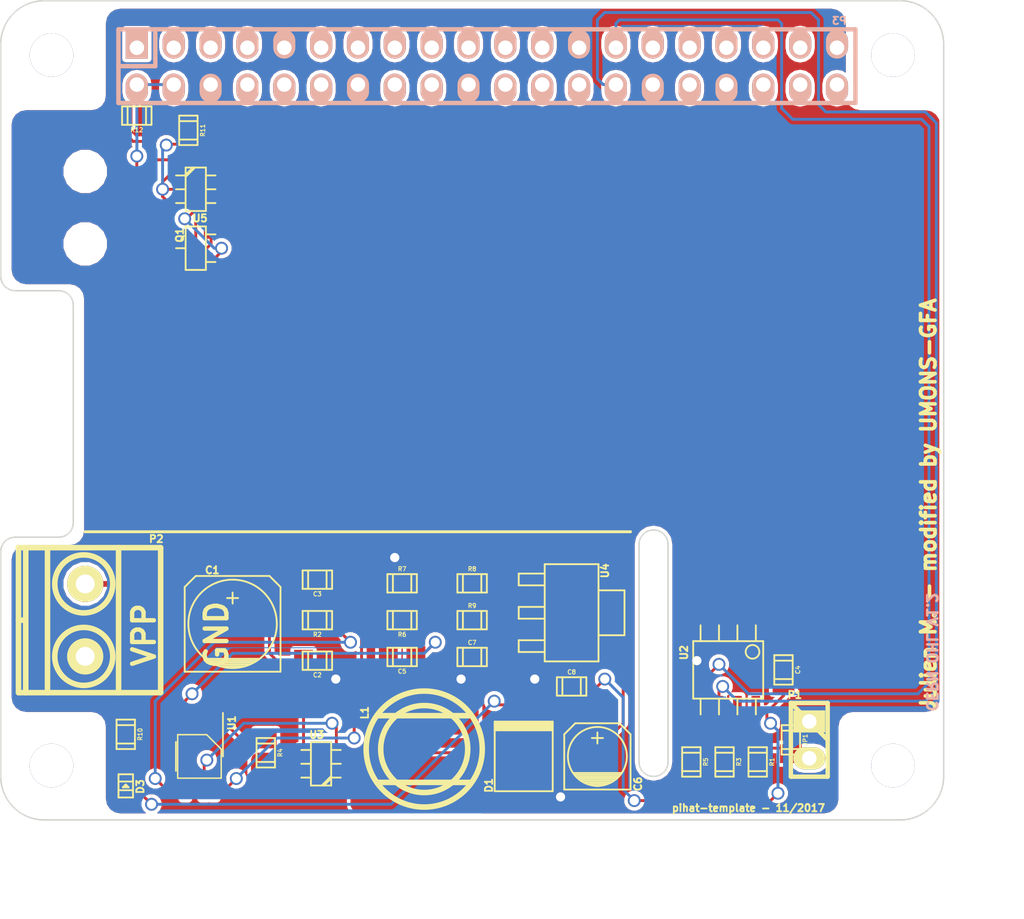
<source format=kicad_pcb>
(kicad_pcb (version 4) (host pcbnew 4.0.2+dfsg1-stable)
  (title_block (title "Raspberry Pi Hat Template") (date 2015-12-24) (rev 0.1) (company OpenFet) (comment 1 "Author: Julien") (comment 2 "License: CERN OHL V1.2"))
  (layers (0 F.Cu signal) (31 B.Cu signal) (34 B.Paste user) (35 F.Paste user) (36 B.SilkS user) (37 F.SilkS user) (38 B.Mask user) (39 F.Mask user) (44 Edge.Cuts user))
  (net 0 "")
  (net 1 GND)
  (net 2 "/Back Power Protection/5V_MCU")
  (net 3 +24V)
  (net 4 +5V)
  (net 5 "Net-(C3-Pad2)")
  (net 6 "Net-(C5-Pad2)")
  (net 7 "Net-(D1-Pad2)")
  (net 8 "Net-(D3-Pad2)")
  (net 9 "Net-(JP1-Pad1)")
  (net 10 "Net-(P3-Pad27)")
  (net 11 "Net-(P3-Pad28)")
  (net 12 "Net-(Q1-Pad1)")
  (net 13 "Net-(R4-Pad2)")
  (net 14 "Net-(R8-Pad1)")
  (net 15 "Net-(R11-Pad1)")
  (net 16 "Net-(U1-Pad3)")
  (net 17 "Net-(U1-Pad7)")
  (net 18 "Net-(P3-Pad1)")
  (net 19 "Net-(P3-Pad3)")
  (net 20 "Net-(P3-Pad5)")
  (net 21 "Net-(P3-Pad7)")
  (net 22 "Net-(P3-Pad8)")
  (net 23 "Net-(P3-Pad10)")
  (net 24 "Net-(P3-Pad11)")
  (net 25 "Net-(P3-Pad12)")
  (net 26 "Net-(P3-Pad13)")
  (net 27 "Net-(P3-Pad15)")
  (net 28 "Net-(P3-Pad16)")
  (net 29 "Net-(P3-Pad17)")
  (net 30 "Net-(P3-Pad18)")
  (net 31 "Net-(P3-Pad19)")
  (net 32 "Net-(P3-Pad21)")
  (net 33 "Net-(P3-Pad22)")
  (net 34 "Net-(P3-Pad23)")
  (net 35 "Net-(P3-Pad24)")
  (net 36 "Net-(P3-Pad26)")
  (net 37 "Net-(P3-Pad29)")
  (net 38 "Net-(P3-Pad31)")
  (net 39 "Net-(P3-Pad32)")
  (net 40 "Net-(P3-Pad33)")
  (net 41 "Net-(P3-Pad35)")
  (net 42 "Net-(P3-Pad36)")
  (net 43 "Net-(P3-Pad37)")
  (net 44 "Net-(P3-Pad40)")
  (net 45 +3.3V)
  (module Mounting_Holes:MountingHole_3mm (layer F.Cu) (at 166.42 74.82)
    (fp_text reference REF** hide)
    (fp_text value MountingHole_3mm hide)
    (pad 1 thru_hole circle (at 0 0) (size 2.99974 2.99974) (drill 2.99974) (layers))
  )
  (module Mounting_Holes:MountingHole_3mm (layer F.Cu) (at 166.42 123.82)
    (fp_text reference REF** hide)
    (fp_text value MountingHole_3mm hide)
    (pad 1 thru_hole circle (at 0 0) (size 2.99974 2.99974) (drill 2.99974) (layers))
  )
  (module Mounting_Holes:MountingHole_3mm (layer F.Cu) (at 108.42 123.82)
    (fp_text reference REF** hide)
    (fp_text value MountingHole_3mm hide)
    (pad 1 thru_hole circle (at 0 0) (size 2.99974 2.99974) (drill 2.99974) (layers))
  )
  (module Mounting_Holes:MountingHole_3mm (layer F.Cu) (at 108.42 74.82)
    (fp_text reference REF** hide)
    (fp_text value MountingHole_3mm hide)
    (pad 1 thru_hole circle (at 0 0) (size 2.99974 2.99974) (drill 2.99974) (layers))
  )
  (module project:pin_strip_2 (layer F.Cu) (at 160.655 122.047 270)
    (fp_text reference P1 (at -3.1 1 360) (layer F.SilkS) (effects (font (size 0.5 0.5) (thickness 0.125))))
    (fp_text value CONN_01X02 hide)
    (pad 1 thru_hole rect (at -1.27 0 270) (size 1.524 2.19964) (drill 1.00076) (layers *.Cu *.Mask F.SilkS) (net 1 GND))
    (pad 2 thru_hole oval (at 1.27 0 270) (size 1.524 2.19964) (drill 1.00076) (layers *.Cu *.Mask F.SilkS) (net 9 "Net-(JP1-Pad1)"))
  )
  (module project:Led_0603 (layer F.Cu) (at 113.538 125.222 90)
    (fp_text reference D3 (at -0.0507 1 90) (layer F.SilkS) (effects (font (size 0.5 0.5) (thickness 0.125))))
    (fp_text value LED hide)
    (pad 1 smd rect (at -0.7493 0 90) (size 0.79756 0.79756) (layers F.Cu F.Paste F.Mask) (net 45 +3.3V))
    (pad 2 smd rect (at 0.7493 0 90) (size 0.79756 0.79756) (layers F.Cu F.Paste F.Mask) (net 8 "Net-(D3-Pad2)"))
  )
  (module project:sot223 (layer F.Cu) (at 144.272 113.284 270)
    (fp_text reference U4 (at -2.9 -2.3 270) (layer F.SilkS) (effects (font (size 0.5 0.5) (thickness 0.125))))
    (fp_text value LM1117IMPX-ADJ hide)
    (pad 1 smd rect (at -2.30124 2.99974 270) (size 1.30048 1.80086) (layers F.Cu F.Paste F.Mask) (net 14 "Net-(R8-Pad1)"))
    (pad 2 smd rect (at 0 2.99974 270) (size 1.30048 1.80086) (layers F.Cu F.Paste F.Mask) (net 45 +3.3V))
    (pad 3 smd rect (at 2.30124 2.99974 270) (size 1.30048 1.80086) (layers F.Cu F.Paste F.Mask) (net 4 +5V))
    (pad 4 smd rect (at 0 -2.99974 270) (size 3.79984 1.80086) (layers F.Cu F.Paste F.Mask))
  )
  (module project:c_elec_6.3x7.7 (layer F.Cu) (at 120.904 114.046 90)
    (fp_text reference C1 (at 3.7 -1.4 180) (layer F.SilkS) (effects (font (size 0.5 0.5) (thickness 0.125))))
    (fp_text value 50uf/50v hide)
    (pad 1 smd rect (at 2.75082 0 90) (size 3.59918 1.6002) (layers F.Cu F.Paste F.Mask) (net 3 +24V))
    (pad 2 smd rect (at -2.75082 0 90) (size 3.59918 1.6002) (layers F.Cu F.Paste F.Mask) (net 1 GND))
  )
  (module project:inductor_smd_8x5mm (layer F.Cu) (at 134.112 122.682 90)
    (fp_text reference L1 (at 2.5 -4.1 90) (layer F.SilkS) (effects (font (size 0.5 0.5) (thickness 0.125))))
    (fp_text value 22uH hide)
    (pad 1 smd rect (at -2.49936 0 90) (size 2.9972 7.49808) (layers F.Cu F.Paste F.Mask) (net 7 "Net-(D1-Pad2)"))
    (pad 2 smd rect (at 2.49936 0 90) (size 2.9972 7.49808) (layers F.Cu F.Paste F.Mask) (net 4 +5V))
  )
  (module project:c_elec_4x5.3 (layer F.Cu) (at 146.05 123.19 90)
    (fp_text reference C6 (at -1.9 2.8 90) (layer F.SilkS) (effects (font (size 0.5 0.5) (thickness 0.125))))
    (fp_text value 10uf/6.3V hide)
    (pad 1 smd rect (at 1.80086 0 90) (size 2.60096 1.6002) (layers F.Cu F.Paste F.Mask) (net 4 +5V))
    (pad 2 smd rect (at -1.80086 0 90) (size 2.60096 1.6002) (layers F.Cu F.Paste F.Mask) (net 1 GND))
  )
  (module project:do214aa (layer F.Cu) (at 140.97 123.19 90)
    (fp_text reference D1 (at -2 -2.4 90) (layer F.SilkS) (effects (font (size 0.5 0.5) (thickness 0.125))))
    (fp_text value DIODESCH hide)
    (pad 2 smd rect (at 2.00914 0 90) (size 1.99898 2.30124) (layers F.Cu F.Paste F.Mask) (net 7 "Net-(D1-Pad2)"))
    (pad 1 smd rect (at -2.00914 0 90) (size 1.99898 2.30124) (layers F.Cu F.Paste F.Mask) (net 1 GND))
  )
  (module project:sot23-6 (layer F.Cu) (at 127 123.698 90)
    (fp_text reference U3 (at 2 -0.3 180) (layer F.SilkS) (effects (font (size 0.5 0.5) (thickness 0.125))))
    (fp_text value FDC5614P hide)
    (pad 1 smd rect (at -0.9525 1.05664 90) (size 0.59944 1.00076) (layers F.Cu F.Paste F.Mask) (net 7 "Net-(D1-Pad2)"))
    (pad 3 smd rect (at 0.9525 1.05664 90) (size 0.59944 1.00076) (layers F.Cu F.Paste F.Mask) (net 17 "Net-(U1-Pad7)"))
    (pad 2 smd rect (at 0 1.05664 90) (size 0.59944 1.00076) (layers F.Cu F.Paste F.Mask) (net 7 "Net-(D1-Pad2)"))
    (pad 4 smd rect (at 0.9525 -1.05664 90) (size 0.59944 1.00076) (layers F.Cu F.Paste F.Mask) (net 3 +24V))
    (pad 6 smd rect (at -0.9525 -1.05664 90) (size 0.59944 1.00076) (layers F.Cu F.Paste F.Mask) (net 7 "Net-(D1-Pad2)"))
    (pad 5 smd rect (at 0 -1.05664 90) (size 0.59944 1.00076) (layers F.Cu F.Paste F.Mask) (net 7 "Net-(D1-Pad2)"))
  )
  (module project:sot23-6 (layer F.Cu) (at 118.364 84.074 270)
    (fp_text reference U5 (at 2 -0.3 360) (layer F.SilkS) (effects (font (size 0.5 0.5) (thickness 0.125))))
    (fp_text value DMMT5401 hide)
    (pad 1 smd rect (at -0.9525 1.05664 270) (size 0.59944 1.00076) (layers F.Cu F.Paste F.Mask) (net 15 "Net-(R11-Pad1)"))
    (pad 3 smd rect (at 0.9525 1.05664 270) (size 0.59944 1.00076) (layers F.Cu F.Paste F.Mask) (net 15 "Net-(R11-Pad1)"))
    (pad 2 smd rect (at 0 1.05664 270) (size 0.59944 1.00076) (layers F.Cu F.Paste F.Mask) (net 15 "Net-(R11-Pad1)"))
    (pad 4 smd rect (at 0.9525 -1.05664 270) (size 0.59944 1.00076) (layers F.Cu F.Paste F.Mask) (net 12 "Net-(Q1-Pad1)"))
    (pad 6 smd rect (at -0.9525 -1.05664 270) (size 0.59944 1.00076) (layers F.Cu F.Paste F.Mask) (net 4 +5V))
    (pad 5 smd rect (at 0 -1.05664 270) (size 0.59944 1.00076) (layers F.Cu F.Paste F.Mask) (net 2 "/Back Power Protection/5V_MCU"))
  )
  (module project:sot23 (layer F.Cu) (at 118.364 88.138 90)
    (fp_text reference Q1 (at 0.9 -1.1 90) (layer F.SilkS) (effects (font (size 0.5 0.5) (thickness 0.125))))
    (fp_text value BSS138 hide)
    (pad 1 smd rect (at -0.9525 1.05664 90) (size 0.59944 1.00076) (layers F.Cu F.Paste F.Mask) (net 12 "Net-(Q1-Pad1)"))
    (pad 2 smd rect (at 0 -1.05664 90) (size 0.59944 1.00076) (layers F.Cu F.Paste F.Mask) (net 2 "/Back Power Protection/5V_MCU"))
    (pad 3 smd rect (at 0.9525 1.05664 90) (size 0.59944 1.00076) (layers F.Cu F.Paste F.Mask) (net 4 +5V))
  )
  (module project:mkds_1,5-2 (layer F.Cu) (at 110.744 113.792 270)
    (fp_text reference P2 (at -5.6 -4.9 360) (layer F.SilkS) (effects (font (size 0.5 0.5) (thickness 0.125))))
    (fp_text value CONN_01X02 hide)
    (pad 1 thru_hole circle (at -2.5 0 270) (size 2.5 2.5) (drill 1.3) (layers *.Cu *.Mask F.SilkS) (net 3 +24V))
    (pad 2 thru_hole circle (at 2.5 0 270) (size 2.5 2.5) (drill 1.3) (layers *.Cu *.Mask F.SilkS) (net 1 GND))
  )
  (module project:c_0805 (layer F.Cu) (at 126.746 116.586 180)
    (fp_text reference C2 (at 0 -0.9906 180) (layer F.SilkS) (effects (font (size 0.29972 0.29972) (thickness 0.06096))))
    (fp_text value 0.1uf hide)
    (pad 1 smd rect (at 0.9525 0 180) (size 1.30048 1.4986) (layers F.Cu F.Paste F.Mask) (net 3 +24V))
    (pad 2 smd rect (at -0.9525 0 180) (size 1.30048 1.4986) (layers F.Cu F.Paste F.Mask) (net 1 GND))
  )
  (module project:c_0805 (layer F.Cu) (at 126.746 110.998 180)
    (fp_text reference C3 (at 0 -0.9906 180) (layer F.SilkS) (effects (font (size 0.29972 0.29972) (thickness 0.06096))))
    (fp_text value 1nf hide)
    (pad 1 smd rect (at 0.9525 0 180) (size 1.30048 1.4986) (layers F.Cu F.Paste F.Mask) (net 3 +24V))
    (pad 2 smd rect (at -0.9525 0 180) (size 1.30048 1.4986) (layers F.Cu F.Paste F.Mask) (net 5 "Net-(C3-Pad2)"))
  )
  (module project:c_0805 (layer F.Cu) (at 158.877 117.221 270)
    (fp_text reference C4 (at 0 -0.9906 270) (layer F.SilkS) (effects (font (size 0.29972 0.29972) (thickness 0.06096))))
    (fp_text value 0.1uf hide)
    (pad 1 smd rect (at 0.9525 0 270) (size 1.30048 1.4986) (layers F.Cu F.Paste F.Mask) (net 45 +3.3V))
    (pad 2 smd rect (at -0.9525 0 270) (size 1.30048 1.4986) (layers F.Cu F.Paste F.Mask) (net 1 GND))
  )
  (module project:c_0805 (layer F.Cu) (at 132.588 116.332 180)
    (fp_text reference C5 (at 0 -0.9906 180) (layer F.SilkS) (effects (font (size 0.29972 0.29972) (thickness 0.06096))))
    (fp_text value 0.1uf hide)
    (pad 1 smd rect (at 0.9525 0 180) (size 1.30048 1.4986) (layers F.Cu F.Paste F.Mask) (net 4 +5V))
    (pad 2 smd rect (at -0.9525 0 180) (size 1.30048 1.4986) (layers F.Cu F.Paste F.Mask) (net 6 "Net-(C5-Pad2)"))
  )
  (module project:c_0805 (layer F.Cu) (at 137.414 116.332)
    (fp_text reference C7 (at 0 -0.9906) (layer F.SilkS) (effects (font (size 0.29972 0.29972) (thickness 0.06096))))
    (fp_text value 0.1uf hide)
    (pad 1 smd rect (at 0.9525 0) (size 1.30048 1.4986) (layers F.Cu F.Paste F.Mask) (net 45 +3.3V))
    (pad 2 smd rect (at -0.9525 0) (size 1.30048 1.4986) (layers F.Cu F.Paste F.Mask) (net 1 GND))
  )
  (module project:c_0805 (layer F.Cu) (at 144.272 118.364)
    (fp_text reference C8 (at 0 -0.9906) (layer F.SilkS) (effects (font (size 0.29972 0.29972) (thickness 0.06096))))
    (fp_text value 1uf hide)
    (pad 1 smd rect (at 0.9525 0) (size 1.30048 1.4986) (layers F.Cu F.Paste F.Mask) (net 45 +3.3V))
    (pad 2 smd rect (at -0.9525 0) (size 1.30048 1.4986) (layers F.Cu F.Paste F.Mask) (net 1 GND))
  )
  (module project:r_0805 (layer F.Cu) (at 159.385 122.047 270)
    (fp_text reference JP1 (at 0 -0.9906 270) (layer F.SilkS) (effects (font (size 0.29972 0.29972) (thickness 0.06096))))
    (fp_text value JUMPER hide)
    (pad 1 smd rect (at 0.9525 0 270) (size 1.30048 1.4986) (layers F.Cu F.Paste F.Mask) (net 9 "Net-(JP1-Pad1)"))
    (pad 2 smd rect (at -0.9525 0 270) (size 1.30048 1.4986) (layers F.Cu F.Paste F.Mask) (net 1 GND))
  )
  (module project:pin_socket_20x2 (layer B.Cu) (at 138.436 75.582)
    (fp_text reference P3 (at 24.29 -3.13) (layer B.SilkS) (effects (font (size 0.5 0.5) (thickness 0.125)) (justify mirror)))
    (fp_text value Raspberry_Pi_+_Conn hide)
    (pad 1 thru_hole rect (at -24.13 -1.27) (size 1.524 1.99898) (drill 1.00076 (offset 0 -0.24892)) (layers *.Cu *.Mask B.SilkS) (net 18 "Net-(P3-Pad1)"))
    (pad 2 thru_hole oval (at -24.13 1.27) (size 1.524 1.99898) (drill 1.00076 (offset 0 0.24892)) (layers *.Cu *.Mask B.SilkS) (net 2 "/Back Power Protection/5V_MCU"))
    (pad 3 thru_hole oval (at -21.59 -1.27) (size 1.524 1.99898) (drill 1.00076 (offset 0 -0.24892)) (layers *.Cu *.Mask B.SilkS) (net 19 "Net-(P3-Pad3)"))
    (pad 4 thru_hole oval (at -21.59 1.27) (size 1.524 1.99898) (drill 1.00076 (offset 0 0.24892)) (layers *.Cu *.Mask B.SilkS) (net 2 "/Back Power Protection/5V_MCU"))
    (pad 5 thru_hole oval (at -19.05 -1.27) (size 1.524 1.99898) (drill 1.00076 (offset 0 -0.24892)) (layers *.Cu *.Mask B.SilkS) (net 20 "Net-(P3-Pad5)"))
    (pad 6 thru_hole oval (at -19.05 1.27) (size 1.524 1.99898) (drill 1.00076 (offset 0 0.24892)) (layers *.Cu *.Mask B.SilkS) (net 1 GND))
    (pad 7 thru_hole oval (at -16.51 -1.27) (size 1.524 1.99898) (drill 1.00076 (offset 0 -0.24892)) (layers *.Cu *.Mask B.SilkS) (net 21 "Net-(P3-Pad7)"))
    (pad 8 thru_hole oval (at -16.51 1.27) (size 1.524 1.99898) (drill 1.00076 (offset 0 0.24892)) (layers *.Cu *.Mask B.SilkS) (net 22 "Net-(P3-Pad8)"))
    (pad 9 thru_hole oval (at -13.97 -1.27) (size 1.524 1.99898) (drill 1.00076 (offset 0 -0.24892)) (layers *.Cu *.Mask B.SilkS) (net 1 GND))
    (pad 10 thru_hole oval (at -13.97 1.27) (size 1.524 1.99898) (drill 1.00076 (offset 0 0.24892)) (layers *.Cu *.Mask B.SilkS) (net 23 "Net-(P3-Pad10)"))
    (pad 11 thru_hole oval (at -11.43 -1.27) (size 1.524 1.99898) (drill 1.00076 (offset 0 -0.24892)) (layers *.Cu *.Mask B.SilkS) (net 24 "Net-(P3-Pad11)"))
    (pad 12 thru_hole oval (at -11.43 1.27) (size 1.524 1.99898) (drill 1.00076 (offset 0 0.24892)) (layers *.Cu *.Mask B.SilkS) (net 25 "Net-(P3-Pad12)"))
    (pad 13 thru_hole oval (at -8.89 -1.27) (size 1.524 1.99898) (drill 1.00076 (offset 0 -0.24892)) (layers *.Cu *.Mask B.SilkS) (net 26 "Net-(P3-Pad13)"))
    (pad 14 thru_hole oval (at -8.89 1.27) (size 1.524 1.99898) (drill 1.00076 (offset 0 0.24892)) (layers *.Cu *.Mask B.SilkS) (net 1 GND))
    (pad 15 thru_hole oval (at -6.35 -1.27) (size 1.524 1.99898) (drill 1.00076 (offset 0 -0.24892)) (layers *.Cu *.Mask B.SilkS) (net 27 "Net-(P3-Pad15)"))
    (pad 16 thru_hole oval (at -6.35 1.27) (size 1.524 1.99898) (drill 1.00076 (offset 0 0.24892)) (layers *.Cu *.Mask B.SilkS) (net 28 "Net-(P3-Pad16)"))
    (pad 17 thru_hole oval (at -3.81 -1.27) (size 1.524 1.99898) (drill 1.00076 (offset 0 -0.24892)) (layers *.Cu *.Mask B.SilkS) (net 29 "Net-(P3-Pad17)"))
    (pad 18 thru_hole oval (at -3.81 1.27) (size 1.524 1.99898) (drill 1.00076 (offset 0 0.24892)) (layers *.Cu *.Mask B.SilkS) (net 30 "Net-(P3-Pad18)"))
    (pad 19 thru_hole oval (at -1.27 -1.27) (size 1.524 1.99898) (drill 1.00076 (offset 0 -0.24892)) (layers *.Cu *.Mask B.SilkS) (net 31 "Net-(P3-Pad19)"))
    (pad 20 thru_hole oval (at -1.27 1.27) (size 1.524 1.99898) (drill 1.00076 (offset 0 0.24892)) (layers *.Cu *.Mask B.SilkS) (net 1 GND))
    (pad 21 thru_hole oval (at 1.27 -1.27) (size 1.524 1.99898) (drill 1.00076 (offset 0 -0.24892)) (layers *.Cu *.Mask B.SilkS) (net 32 "Net-(P3-Pad21)"))
    (pad 22 thru_hole oval (at 1.27 1.27) (size 1.524 1.99898) (drill 1.00076 (offset 0 0.24892)) (layers *.Cu *.Mask B.SilkS) (net 33 "Net-(P3-Pad22)"))
    (pad 23 thru_hole oval (at 3.81 -1.27) (size 1.524 1.99898) (drill 1.00076 (offset 0 -0.24892)) (layers *.Cu *.Mask B.SilkS) (net 34 "Net-(P3-Pad23)"))
    (pad 24 thru_hole oval (at 3.81 1.27) (size 1.524 1.99898) (drill 1.00076 (offset 0 0.24892)) (layers *.Cu *.Mask B.SilkS) (net 35 "Net-(P3-Pad24)"))
    (pad 25 thru_hole oval (at 6.35 -1.27) (size 1.524 1.99898) (drill 1.00076 (offset 0 -0.24892)) (layers *.Cu *.Mask B.SilkS) (net 1 GND))
    (pad 26 thru_hole oval (at 6.35 1.27) (size 1.524 1.99898) (drill 1.00076 (offset 0 0.24892)) (layers *.Cu *.Mask B.SilkS) (net 36 "Net-(P3-Pad26)"))
    (pad 27 thru_hole oval (at 8.89 -1.27) (size 1.524 1.99898) (drill 1.00076 (offset 0 -0.24892)) (layers *.Cu *.Mask B.SilkS) (net 10 "Net-(P3-Pad27)"))
    (pad 28 thru_hole oval (at 8.89 1.27) (size 1.524 1.99898) (drill 1.00076 (offset 0 0.24892)) (layers *.Cu *.Mask B.SilkS) (net 11 "Net-(P3-Pad28)"))
    (pad 29 thru_hole oval (at 11.43 -1.27) (size 1.524 1.99898) (drill 1.00076 (offset 0 -0.24892)) (layers *.Cu *.Mask B.SilkS) (net 37 "Net-(P3-Pad29)"))
    (pad 30 thru_hole oval (at 11.43 1.27) (size 1.524 1.99898) (drill 1.00076 (offset 0 0.24892)) (layers *.Cu *.Mask B.SilkS) (net 1 GND))
    (pad 31 thru_hole oval (at 13.97 -1.27) (size 1.524 1.99898) (drill 1.00076 (offset 0 -0.24892)) (layers *.Cu *.Mask B.SilkS) (net 38 "Net-(P3-Pad31)"))
    (pad 32 thru_hole oval (at 13.97 1.27) (size 1.524 1.99898) (drill 1.00076 (offset 0 0.24892)) (layers *.Cu *.Mask B.SilkS) (net 39 "Net-(P3-Pad32)"))
    (pad 33 thru_hole oval (at 16.51 -1.27) (size 1.524 1.99898) (drill 1.00076 (offset 0 -0.24892)) (layers *.Cu *.Mask B.SilkS) (net 40 "Net-(P3-Pad33)"))
    (pad 34 thru_hole oval (at 16.51 1.27) (size 1.524 1.99898) (drill 1.00076 (offset 0 0.24892)) (layers *.Cu *.Mask B.SilkS) (net 1 GND))
    (pad 35 thru_hole oval (at 19.05 -1.27) (size 1.524 1.99898) (drill 1.00076 (offset 0 -0.24892)) (layers *.Cu *.Mask B.SilkS) (net 41 "Net-(P3-Pad35)"))
    (pad 36 thru_hole oval (at 19.05 1.27) (size 1.524 1.99898) (drill 1.00076 (offset 0 0.24892)) (layers *.Cu *.Mask B.SilkS) (net 42 "Net-(P3-Pad36)"))
    (pad 37 thru_hole oval (at 21.59 -1.27) (size 1.524 1.99898) (drill 1.00076 (offset 0 -0.24892)) (layers *.Cu *.Mask B.SilkS) (net 43 "Net-(P3-Pad37)"))
    (pad 38 thru_hole oval (at 21.59 1.27) (size 1.524 1.99898) (drill 1.00076 (offset 0 0.24892)) (layers *.Cu *.Mask B.SilkS))
    (pad 39 thru_hole oval (at 24.13 -1.27) (size 1.524 1.99898) (drill 1.00076 (offset 0 -0.24892)) (layers *.Cu *.Mask B.SilkS) (net 1 GND))
    (pad 40 thru_hole oval (at 24.13 1.27) (size 1.524 1.99898) (drill 1.00076 (offset 0 0.24892)) (layers *.Cu *.Mask B.SilkS) (net 44 "Net-(P3-Pad40)"))
  )
  (module project:r_0805 (layer F.Cu) (at 157.099 123.571 270)
    (fp_text reference R1 (at 0 -0.9906 270) (layer F.SilkS) (effects (font (size 0.29972 0.29972) (thickness 0.06096))))
    (fp_text value 1k hide)
    (pad 1 smd rect (at 0.9525 0 270) (size 1.30048 1.4986) (layers F.Cu F.Paste F.Mask) (net 45 +3.3V))
    (pad 2 smd rect (at -0.9525 0 270) (size 1.30048 1.4986) (layers F.Cu F.Paste F.Mask) (net 9 "Net-(JP1-Pad1)"))
  )
  (module project:r_0805 (layer F.Cu) (at 126.746 113.792 180)
    (fp_text reference R2 (at 0 -0.9906 180) (layer F.SilkS) (effects (font (size 0.29972 0.29972) (thickness 0.06096))))
    (fp_text value 24k hide)
    (pad 1 smd rect (at 0.9525 0 180) (size 1.30048 1.4986) (layers F.Cu F.Paste F.Mask) (net 3 +24V))
    (pad 2 smd rect (at -0.9525 0 180) (size 1.30048 1.4986) (layers F.Cu F.Paste F.Mask) (net 5 "Net-(C3-Pad2)"))
  )
  (module project:r_0805 (layer F.Cu) (at 154.813 123.571 270)
    (fp_text reference R3 (at 0 -0.9906 270) (layer F.SilkS) (effects (font (size 0.29972 0.29972) (thickness 0.06096))))
    (fp_text value 3.9k hide)
    (pad 1 smd rect (at 0.9525 0 270) (size 1.30048 1.4986) (layers F.Cu F.Paste F.Mask) (net 45 +3.3V))
    (pad 2 smd rect (at -0.9525 0 270) (size 1.30048 1.4986) (layers F.Cu F.Paste F.Mask) (net 11 "Net-(P3-Pad28)"))
  )
  (module project:r_0805 (layer F.Cu) (at 123.19 122.936 270)
    (fp_text reference R4 (at 0 -0.9906 270) (layer F.SilkS) (effects (font (size 0.29972 0.29972) (thickness 0.06096))))
    (fp_text value 270 hide)
    (pad 1 smd rect (at 0.9525 0 270) (size 1.30048 1.4986) (layers F.Cu F.Paste F.Mask) (net 7 "Net-(D1-Pad2)"))
    (pad 2 smd rect (at -0.9525 0 270) (size 1.30048 1.4986) (layers F.Cu F.Paste F.Mask) (net 13 "Net-(R4-Pad2)"))
  )
  (module project:r_0805 (layer F.Cu) (at 152.527 123.571 270)
    (fp_text reference R5 (at 0 -0.9906 270) (layer F.SilkS) (effects (font (size 0.29972 0.29972) (thickness 0.06096))))
    (fp_text value 3.9k hide)
    (pad 1 smd rect (at 0.9525 0 270) (size 1.30048 1.4986) (layers F.Cu F.Paste F.Mask) (net 45 +3.3V))
    (pad 2 smd rect (at -0.9525 0 270) (size 1.30048 1.4986) (layers F.Cu F.Paste F.Mask) (net 10 "Net-(P3-Pad27)"))
  )
  (module project:r_0805 (layer F.Cu) (at 132.588 113.792 180)
    (fp_text reference R6 (at 0 -0.9906 180) (layer F.SilkS) (effects (font (size 0.29972 0.29972) (thickness 0.06096))))
    (fp_text value 30k hide)
    (pad 1 smd rect (at 0.9525 0 180) (size 1.30048 1.4986) (layers F.Cu F.Paste F.Mask) (net 4 +5V))
    (pad 2 smd rect (at -0.9525 0 180) (size 1.30048 1.4986) (layers F.Cu F.Paste F.Mask) (net 6 "Net-(C5-Pad2)"))
  )
  (module project:r_0805 (layer F.Cu) (at 132.588 111.252)
    (fp_text reference R7 (at 0 -0.9906) (layer F.SilkS) (effects (font (size 0.29972 0.29972) (thickness 0.06096))))
    (fp_text value 10k hide)
    (pad 1 smd rect (at 0.9525 0) (size 1.30048 1.4986) (layers F.Cu F.Paste F.Mask) (net 6 "Net-(C5-Pad2)"))
    (pad 2 smd rect (at -0.9525 0) (size 1.30048 1.4986) (layers F.Cu F.Paste F.Mask) (net 1 GND))
  )
  (module project:r_0805 (layer F.Cu) (at 137.414 111.252)
    (fp_text reference R8 (at 0 -0.9906) (layer F.SilkS) (effects (font (size 0.29972 0.29972) (thickness 0.06096))))
    (fp_text value 390 hide)
    (pad 1 smd rect (at 0.9525 0) (size 1.30048 1.4986) (layers F.Cu F.Paste F.Mask) (net 14 "Net-(R8-Pad1)"))
    (pad 2 smd rect (at -0.9525 0) (size 1.30048 1.4986) (layers F.Cu F.Paste F.Mask) (net 1 GND))
  )
  (module project:r_0805 (layer F.Cu) (at 137.414 113.792)
    (fp_text reference R9 (at 0 -0.9906) (layer F.SilkS) (effects (font (size 0.29972 0.29972) (thickness 0.06096))))
    (fp_text value 240 hide)
    (pad 1 smd rect (at 0.9525 0) (size 1.30048 1.4986) (layers F.Cu F.Paste F.Mask) (net 45 +3.3V))
    (pad 2 smd rect (at -0.9525 0) (size 1.30048 1.4986) (layers F.Cu F.Paste F.Mask) (net 14 "Net-(R8-Pad1)"))
  )
  (module project:r_0805 (layer F.Cu) (at 113.538 121.666 270)
    (fp_text reference R10 (at 0 -0.9906 270) (layer F.SilkS) (effects (font (size 0.29972 0.29972) (thickness 0.06096))))
    (fp_text value 360 hide)
    (pad 1 smd rect (at 0.9525 0 270) (size 1.30048 1.4986) (layers F.Cu F.Paste F.Mask) (net 8 "Net-(D3-Pad2)"))
    (pad 2 smd rect (at -0.9525 0 270) (size 1.30048 1.4986) (layers F.Cu F.Paste F.Mask) (net 1 GND))
  )
  (module project:r_0805 (layer F.Cu) (at 117.856 80.01 270)
    (fp_text reference R11 (at 0 -0.9906 270) (layer F.SilkS) (effects (font (size 0.29972 0.29972) (thickness 0.06096))))
    (fp_text value 10k hide)
    (pad 1 smd rect (at 0.9525 0 270) (size 1.30048 1.4986) (layers F.Cu F.Paste F.Mask) (net 15 "Net-(R11-Pad1)"))
    (pad 2 smd rect (at -0.9525 0 270) (size 1.30048 1.4986) (layers F.Cu F.Paste F.Mask) (net 1 GND))
  )
  (module project:r_0805 (layer F.Cu) (at 114.3 78.994 180)
    (fp_text reference R12 (at 0 -0.9906 180) (layer F.SilkS) (effects (font (size 0.29972 0.29972) (thickness 0.06096))))
    (fp_text value 47k hide)
    (pad 1 smd rect (at 0.9525 0 180) (size 1.30048 1.4986) (layers F.Cu F.Paste F.Mask) (net 12 "Net-(Q1-Pad1)"))
    (pad 2 smd rect (at -0.9525 0 180) (size 1.30048 1.4986) (layers F.Cu F.Paste F.Mask) (net 1 GND))
  )
  (module project:CAT24C04WI-GT3 (layer F.Cu) (at 155.067 117.221 180)
    (fp_text reference U2 (at 3.048 1.1938 270) (layer F.SilkS) (effects (font (size 0.5 0.5) (thickness 0.125))))
    (fp_text value "CAT24C04WI-GT3 ")
    (pad 1 smd rect (at -1.905 2.794 180) (size 0.59944 1.99898) (layers F.Cu F.Paste F.Mask) (net 1 GND))
    (pad 2 smd rect (at -0.635 2.794 180) (size 0.59944 1.99898) (layers F.Cu F.Paste F.Mask) (net 1 GND))
    (pad 3 smd rect (at 0.635 2.794 180) (size 0.59944 1.99898) (layers F.Cu F.Paste F.Mask) (net 1 GND))
    (pad 4 smd rect (at 1.905 2.794 180) (size 0.59944 1.99898) (layers F.Cu F.Paste F.Mask) (net 1 GND))
    (pad 5 smd rect (at 1.905 -2.794 180) (size 0.59944 1.99898) (layers F.Cu F.Paste F.Mask) (net 10 "Net-(P3-Pad27)"))
    (pad 6 smd rect (at 0.635 -2.794 180) (size 0.59944 1.99898) (layers F.Cu F.Paste F.Mask) (net 11 "Net-(P3-Pad28)"))
    (pad 7 smd rect (at -0.635 -2.794 180) (size 0.59944 1.99898) (layers F.Cu F.Paste F.Mask) (net 9 "Net-(JP1-Pad1)"))
    (pad 8 smd rect (at -1.905 -2.794 180) (size 0.59944 1.99898) (layers F.Cu F.Paste F.Mask) (net 45 +3.3V))
  )
  (module project:LM3489 (layer F.Cu) (at 118.618 123.19 270)
    (fp_text reference U1 (at -2.3114 -2.2352 270) (layer F.SilkS) (effects (font (size 0.5 0.5) (thickness 0.125))))
    (fp_text value LM3489)
    (pad 1 smd rect (at -2.2 -0.975 180) (size 0.45 1.45) (layers F.Cu F.Paste F.Mask) (net 13 "Net-(R4-Pad2)"))
    (pad 2 smd rect (at -2.2 -0.325 180) (size 0.45 1.45) (layers F.Cu F.Paste F.Mask) (net 1 GND))
    (pad 3 smd rect (at -2.2 0.325 180) (size 0.45 1.45) (layers F.Cu F.Paste F.Mask) (net 16 "Net-(U1-Pad3)"))
    (pad 4 smd rect (at -2.2 0.975 180) (size 0.45 1.45) (layers F.Cu F.Paste F.Mask) (net 6 "Net-(C5-Pad2)"))
    (pad 5 smd rect (at 2.2 0.975 180) (size 0.45 1.45) (layers F.Cu F.Paste F.Mask) (net 5 "Net-(C3-Pad2)"))
    (pad 6 smd rect (at 2.2 0.325 180) (size 0.45 1.45) (layers F.Cu F.Paste F.Mask) (net 1 GND))
    (pad 7 smd rect (at 2.2 -0.325 180) (size 0.45 1.45) (layers F.Cu F.Paste F.Mask) (net 17 "Net-(U1-Pad7)"))
    (pad 8 smd rect (at 2.2 -0.975 180) (size 0.45 1.45) (layers F.Cu F.Paste F.Mask) (net 3 +24V))
  )
  (gr_line (start 110.744 107.696) (end 148.336 107.696) (angle 90) (layer F.SilkS) (width 0.2))
  (gr_text "pihat-template - 11/2017" (at 156.464 126.746) (layer F.SilkS) (effects (font (size 0.5 0.5) (thickness 0.125))))
  (gr_text "CERN OHL V1.2" (at 169.1 116 270) (layer B.SilkS) (effects (font (size 0.7 0.7) (thickness 0.175)) (justify mirror)))
  (gr_text "Julien M. - modified by UMONS-GFA" (at 168.8725 105.8275 90) (layer F.SilkS) (effects (font (size 1 1) (thickness 0.25))))
  (gr_text GND (at 119.8 114.8 90) (layer F.SilkS) (effects (font (size 1.5 1.5) (thickness 0.3))))
  (gr_text VPP (at 114.8 114.8 90) (layer F.SilkS) (effects (font (size 1.5 1.5) (thickness 0.3))))
  (gr_arc (start 149.92 108.57) (end 149.92 107.57) (angle 90) (layer Edge.Cuts) (width 0.1))
  (gr_arc (start 149.92 108.57) (end 148.92 108.57) (angle 90) (layer Edge.Cuts) (width 0.1))
  (gr_line (start 104.92 109.07) (end 104.92 124.57) (angle 90) (layer Edge.Cuts) (width 0.1))
  (gr_line (start 104.92 90.07) (end 104.92 74.07) (angle 90) (layer Edge.Cuts) (width 0.1))
  (gr_line (start 108.92 108.07) (end 105.92 108.07) (angle 90) (layer Edge.Cuts) (width 0.1))
  (gr_line (start 109.92 92.07) (end 109.92 107.07) (angle 90) (layer Edge.Cuts) (width 0.1))
  (gr_line (start 105.92 91.07) (end 108.92 91.07) (angle 90) (layer Edge.Cuts) (width 0.1))
  (gr_arc (start 108.92 107.07) (end 109.92 107.07) (angle 90) (layer Edge.Cuts) (width 0.1))
  (gr_arc (start 108.92 92.07) (end 108.92 91.07) (angle 90) (layer Edge.Cuts) (width 0.1))
  (gr_arc (start 105.92 109.07) (end 104.92 109.07) (angle 90) (layer Edge.Cuts) (width 0.1))
  (gr_arc (start 105.92 90.07) (end 105.92 91.07) (angle 90) (layer Edge.Cuts) (width 0.1))
  (gr_line (start 148.92 123.57) (end 148.92 108.57) (angle 90) (layer Edge.Cuts) (width 0.1))
  (gr_line (start 150.92 108.57) (end 150.92 123.57) (angle 90) (layer Edge.Cuts) (width 0.1))
  (gr_arc (start 149.92 123.57) (end 150.92 123.57) (angle 90) (layer Edge.Cuts) (width 0.1))
  (gr_arc (start 149.92 123.57) (end 149.92 124.57) (angle 90) (layer Edge.Cuts) (width 0.1))
  (gr_line (start 166.92 127.57) (end 107.92 127.57) (angle 90) (layer Edge.Cuts) (width 0.1))
  (gr_line (start 169.92 74.07) (end 169.92 124.57) (angle 90) (layer Edge.Cuts) (width 0.1))
  (gr_line (start 107.92 71.07) (end 166.92 71.07) (angle 90) (layer Edge.Cuts) (width 0.1))
  (gr_arc (start 166.92 124.57) (end 169.92 124.57) (angle 90) (layer Edge.Cuts) (width 0.1))
  (gr_arc (start 107.92 74.07) (end 104.92 74.07) (angle 90) (layer Edge.Cuts) (width 0.1))
  (gr_arc (start 166.92 74.07) (end 166.92 71.07) (angle 90) (layer Edge.Cuts) (width 0.1))
  (gr_arc (start 107.92 124.57) (end 107.92 127.57) (angle 90) (layer Edge.Cuts) (width 0.1))
  (segment (start 117.348 123.444) (end 117.602 123.444) (width 0.2) (layer F.Cu) (net 1))
  (segment (start 118.943 122.103) (end 118.943 120.99) (width 0.2) (layer F.Cu) (net 1))
  (segment (start 117.602 123.444) (end 118.943 122.103) (width 0.2) (layer F.Cu) (net 1))
  (segment (start 118.293 125.39) (end 118.293 124.389) (width 0.2) (layer F.Cu) (net 1))
  (segment (start 114.6175 120.7135) (end 113.538 120.7135) (width 0.2) (layer F.Cu) (net 1))
  (segment (start 118.293 124.389) (end 117.348 123.444) (width 0.2) (layer F.Cu) (net 1))
  (segment (start 117.348 123.444) (end 114.6175 120.7135) (width 0.2) (layer F.Cu) (net 1))
  (segment (start 127.6985 116.586) (end 127.6985 117.5385) (width 0.2) (layer F.Cu) (net 1))
  (segment (start 128.016 117.856) (end 127.762 117.602) (width 0.2) (layer B.Cu) (net 1))
  (via (at 128.016 117.856) (size 0.889) (drill 0.635) (layers F.Cu B.Cu) (net 1))
  (segment (start 127.6985 117.5385) (end 128.016 117.856) (width 0.2) (layer F.Cu) (net 1))
  (segment (start 140.97 125.19914) (end 142.72514 125.19914) (width 0.2) (layer F.Cu) (net 1))
  (segment (start 144.50314 124.99086) (end 143.51 125.984) (width 0.2) (layer F.Cu) (net 1))
  (via (at 143.51 125.984) (size 0.889) (drill 0.635) (layers F.Cu B.Cu) (net 1))
  (segment (start 144.50314 124.99086) (end 146.05 124.99086) (width 0.2) (layer F.Cu) (net 1))
  (segment (start 142.72514 125.19914) (end 143.51 125.984) (width 0.2) (layer F.Cu) (net 1))
  (segment (start 136.4615 116.332) (end 136.4615 117.6655) (width 0.2) (layer F.Cu) (net 1))
  (via (at 136.652 117.856) (size 0.889) (drill 0.635) (layers F.Cu B.Cu) (net 1))
  (segment (start 136.4615 117.6655) (end 136.652 117.856) (width 0.2) (layer F.Cu) (net 1))
  (segment (start 143.3195 118.364) (end 142.24 118.364) (width 0.2) (layer F.Cu) (net 1))
  (segment (start 141.732 117.856) (end 141.986 118.11) (width 0.2) (layer B.Cu) (net 1))
  (via (at 141.732 117.856) (size 0.889) (drill 0.635) (layers F.Cu B.Cu) (net 1))
  (segment (start 142.24 118.364) (end 141.732 117.856) (width 0.2) (layer F.Cu) (net 1))
  (segment (start 153.162 114.427) (end 153.162 116.332) (width 0.2) (layer F.Cu) (net 1))
  (via (at 152.908 116.586) (size 0.889) (drill 0.635) (layers F.Cu B.Cu) (net 1))
  (segment (start 153.162 116.332) (end 152.908 116.586) (width 0.2) (layer F.Cu) (net 1))
  (segment (start 158.877 116.2685) (end 158.877 115.443) (width 0.2) (layer F.Cu) (net 1))
  (segment (start 157.861 114.427) (end 156.972 114.427) (width 0.2) (layer F.Cu) (net 1))
  (segment (start 158.877 115.443) (end 157.861 114.427) (width 0.2) (layer F.Cu) (net 1))
  (segment (start 156.972 114.427) (end 155.702 114.427) (width 0.2) (layer F.Cu) (net 1))
  (segment (start 155.702 114.427) (end 154.432 114.427) (width 0.2) (layer F.Cu) (net 1))
  (segment (start 154.432 114.427) (end 153.162 114.427) (width 0.2) (layer F.Cu) (net 1))
  (segment (start 158.877 116.2685) (end 159.4485 116.2685) (width 0.2) (layer F.Cu) (net 1))
  (segment (start 159.4485 116.2685) (end 160.274 117.094) (width 0.2) (layer F.Cu) (net 1))
  (segment (start 160.274 117.094) (end 160.274 120.2055) (width 0.2) (layer F.Cu) (net 1))
  (segment (start 160.274 120.2055) (end 159.385 121.0945) (width 0.2) (layer F.Cu) (net 1))
  (segment (start 131.6355 111.252) (end 131.6355 109.9185) (width 0.2) (layer F.Cu) (net 1))
  (segment (start 132.08 109.474) (end 131.826 109.728) (width 0.2) (layer B.Cu) (net 1))
  (via (at 132.08 109.474) (size 0.889) (drill 0.635) (layers F.Cu B.Cu) (net 1))
  (segment (start 131.6355 109.9185) (end 132.08 109.474) (width 0.2) (layer F.Cu) (net 1))
  (segment (start 127.6985 116.586) (end 127.6985 116.7765) (width 0.2) (layer F.Cu) (net 1))
  (segment (start 110.744 116.292) (end 111.72 116.292) (width 0.2) (layer F.Cu) (net 1))
  (segment (start 111.72 116.292) (end 113.538 118.11) (width 0.2) (layer F.Cu) (net 1))
  (segment (start 113.538 118.11) (end 113.538 120.7135) (width 0.2) (layer F.Cu) (net 1))
  (segment (start 110.744 116.292) (end 120.39918 116.292) (width 0.4) (layer F.Cu) (net 1))
  (segment (start 120.39918 116.292) (end 120.904 116.79682) (width 0.4) (layer F.Cu) (net 1))
  (segment (start 117.856 79.0575) (end 117.856 78.382) (width 0.2) (layer F.Cu) (net 1))
  (segment (start 117.856 78.382) (end 119.386 76.852) (width 0.2) (layer F.Cu) (net 1))
  (segment (start 118.37 78.5435) (end 117.9195 78.994) (width 0.2) (layer F.Cu) (net 1))
  (segment (start 117.9195 78.994) (end 115.2525 78.994) (width 0.2) (layer F.Cu) (net 1))
  (segment (start 116.078 88.138) (end 115.316 88.138) (width 0.2) (layer F.Cu) (net 2))
  (segment (start 114.3 87.122) (end 114.3 81.788) (width 0.2) (layer F.Cu) (net 2))
  (segment (start 115.316 88.138) (end 114.3 87.122) (width 0.2) (layer F.Cu) (net 2))
  (segment (start 116.846 76.852) (end 114.306 76.852) (width 0.2) (layer B.Cu) (net 2))
  (segment (start 117.30736 88.138) (end 116.078 88.138) (width 0.2) (layer F.Cu) (net 2))
  (segment (start 114.306 81.794) (end 114.306 76.852) (width 0.2) (layer B.Cu) (net 2))
  (via (at 114.3 81.788) (size 0.889) (drill 0.635) (layers F.Cu B.Cu) (net 2))
  (segment (start 114.3 81.788) (end 114.306 81.794) (width 0.2) (layer B.Cu) (net 2))
  (segment (start 117.30736 88.138) (end 118.11 88.138) (width 0.2) (layer F.Cu) (net 2))
  (segment (start 120.142 84.074) (end 119.42064 84.074) (width 0.2) (layer F.Cu) (net 2))
  (segment (start 120.396 84.328) (end 120.142 84.074) (width 0.2) (layer F.Cu) (net 2))
  (segment (start 120.396 85.598) (end 120.396 84.328) (width 0.2) (layer F.Cu) (net 2))
  (segment (start 119.888 86.106) (end 120.396 85.598) (width 0.2) (layer F.Cu) (net 2))
  (segment (start 118.618 86.106) (end 119.888 86.106) (width 0.2) (layer F.Cu) (net 2))
  (segment (start 118.364 86.36) (end 118.618 86.106) (width 0.2) (layer F.Cu) (net 2))
  (segment (start 118.364 87.884) (end 118.364 86.36) (width 0.2) (layer F.Cu) (net 2))
  (segment (start 118.11 88.138) (end 118.364 87.884) (width 0.2) (layer F.Cu) (net 2))
  (segment (start 129.286 121.92) (end 129.286 121.666) (width 0.2) (layer F.Cu) (net 3))
  (segment (start 129.286 121.666) (end 129.286 121.412) (width 0.2) (layer F.Cu) (net 3))
  (segment (start 119.593 125.39) (end 120.482 125.39) (width 0.2) (layer F.Cu) (net 3))
  (via (at 129.286 121.92) (size 0.889) (drill 0.635) (layers F.Cu B.Cu) (net 3))
  (segment (start 123.952 121.92) (end 129.286 121.92) (width 0.2) (layer B.Cu) (net 3))
  (segment (start 121.158 124.714) (end 123.952 121.92) (width 0.2) (layer B.Cu) (net 3))
  (via (at 121.158 124.714) (size 0.889) (drill 0.635) (layers F.Cu B.Cu) (net 3))
  (segment (start 120.482 125.39) (end 121.158 124.714) (width 0.2) (layer F.Cu) (net 3))
  (segment (start 125.7935 120.9675) (end 125.7935 122.59564) (width 0.2) (layer F.Cu) (net 3))
  (segment (start 125.7935 122.59564) (end 125.94336 122.7455) (width 0.2) (layer F.Cu) (net 3))
  (segment (start 125.7935 119.888) (end 128.778 119.888) (width 0.2) (layer F.Cu) (net 3))
  (segment (start 129.286 120.396) (end 129.286 121.412) (width 0.2) (layer F.Cu) (net 3))
  (segment (start 128.778 119.888) (end 129.286 120.396) (width 0.2) (layer F.Cu) (net 3))
  (segment (start 125.73 122.53214) (end 125.94336 122.7455) (width 0.2) (layer F.Cu) (net 3))
  (segment (start 119.593 125.39) (end 119.593 125.943) (width 0.2) (layer F.Cu) (net 3))
  (segment (start 125.7935 120.9675) (end 125.7935 120.9675) (width 0.2) (layer F.Cu) (net 3))
  (segment (start 125.7935 120.9675) (end 125.7935 119.888) (width 0.2) (layer F.Cu) (net 3))
  (segment (start 125.7935 119.888) (end 125.7935 116.586) (width 0.2) (layer F.Cu) (net 3))
  (segment (start 123.444 113.792) (end 125.7935 113.792) (width 0.2) (layer F.Cu) (net 3))
  (segment (start 120.904 111.29518) (end 123.48718 111.29518) (width 0.2) (layer F.Cu) (net 3))
  (segment (start 123.952 116.586) (end 125.7935 116.586) (width 0.2) (layer F.Cu) (net 3))
  (segment (start 123.444 116.078) (end 123.952 116.586) (width 0.2) (layer F.Cu) (net 3))
  (segment (start 123.444 111.33836) (end 123.444 113.792) (width 0.2) (layer F.Cu) (net 3))
  (segment (start 123.444 113.792) (end 123.444 116.078) (width 0.2) (layer F.Cu) (net 3))
  (segment (start 123.48718 111.29518) (end 123.444 111.33836) (width 0.2) (layer F.Cu) (net 3))
  (segment (start 120.904 111.29518) (end 123.40082 111.29518) (width 0.2) (layer F.Cu) (net 3))
  (segment (start 123.698 110.998) (end 125.7935 110.998) (width 0.2) (layer F.Cu) (net 3))
  (segment (start 123.40082 111.29518) (end 123.698 110.998) (width 0.2) (layer F.Cu) (net 3))
  (segment (start 110.744 111.292) (end 120.90082 111.292) (width 0.4) (layer F.Cu) (net 3))
  (segment (start 120.90082 111.292) (end 120.904 111.29518) (width 0.4) (layer F.Cu) (net 3))
  (segment (start 141.27226 115.58524) (end 141.27226 116.12626) (width 0.2) (layer F.Cu) (net 4))
  (segment (start 141.27226 116.12626) (end 141.986 116.84) (width 0.2) (layer F.Cu) (net 4))
  (segment (start 147.34286 121.38914) (end 146.05 121.38914) (width 0.2) (layer F.Cu) (net 4))
  (segment (start 147.828 120.904) (end 147.34286 121.38914) (width 0.2) (layer F.Cu) (net 4))
  (segment (start 147.828 117.348) (end 147.828 120.904) (width 0.2) (layer F.Cu) (net 4))
  (segment (start 147.32 116.84) (end 147.828 117.348) (width 0.2) (layer F.Cu) (net 4))
  (segment (start 141.986 116.84) (end 147.32 116.84) (width 0.2) (layer F.Cu) (net 4))
  (segment (start 143.002 115.062) (end 142.47876 115.58524) (width 0.2) (layer F.Cu) (net 4))
  (segment (start 142.494 115.57) (end 142.494 115.58524) (width 0.2) (layer F.Cu) (net 4))
  (segment (start 142.47876 115.58524) (end 142.494 115.57) (width 0.2) (layer F.Cu) (net 4))
  (segment (start 128.27 108.458) (end 142.494 108.458) (width 0.2) (layer F.Cu) (net 4))
  (segment (start 142.494 115.58524) (end 141.27226 115.58524) (width 0.2) (layer F.Cu) (net 4))
  (segment (start 143.002 108.966) (end 143.002 115.062) (width 0.2) (layer F.Cu) (net 4))
  (segment (start 142.494 108.458) (end 143.002 108.966) (width 0.2) (layer F.Cu) (net 4))
  (segment (start 131.6355 116.332) (end 131.6355 113.792) (width 0.2) (layer F.Cu) (net 4))
  (segment (start 131.572 117.856) (end 131.572 116.3955) (width 0.2) (layer F.Cu) (net 4))
  (segment (start 131.572 116.3955) (end 131.6355 116.332) (width 0.2) (layer F.Cu) (net 4))
  (segment (start 111.76 105.156) (end 111.76 106.934) (width 0.2) (layer F.Cu) (net 4))
  (segment (start 111.76 106.934) (end 113.284 108.458) (width 0.2) (layer F.Cu) (net 4))
  (segment (start 113.284 108.458) (end 128.27 108.458) (width 0.2) (layer F.Cu) (net 4))
  (segment (start 128.27 108.458) (end 129.794 109.982) (width 0.2) (layer F.Cu) (net 4))
  (segment (start 129.794 109.982) (end 129.794 117.348) (width 0.2) (layer F.Cu) (net 4))
  (segment (start 129.794 117.348) (end 130.302 117.856) (width 0.2) (layer F.Cu) (net 4))
  (segment (start 130.302 117.856) (end 131.572 117.856) (width 0.2) (layer F.Cu) (net 4))
  (segment (start 131.572 117.856) (end 133.604 117.856) (width 0.2) (layer F.Cu) (net 4))
  (segment (start 133.604 117.856) (end 134.112 118.364) (width 0.2) (layer F.Cu) (net 4))
  (segment (start 134.112 118.364) (end 134.112 120.18264) (width 0.2) (layer F.Cu) (net 4))
  (segment (start 129.794 117.348) (end 130.302 117.856) (width 0.1) (layer F.Cu) (net 4))
  (segment (start 129.794 109.982) (end 129.794 117.348) (width 0.1) (layer F.Cu) (net 4))
  (segment (start 128.27 108.458) (end 129.794 109.982) (width 0.1) (layer F.Cu) (net 4))
  (segment (start 113.284 108.458) (end 128.27 108.458) (width 0.1) (layer F.Cu) (net 4))
  (segment (start 111.76 106.934) (end 113.284 108.458) (width 0.1) (layer F.Cu) (net 4))
  (segment (start 119.42064 87.84336) (end 119.126 88.138) (width 0.2) (layer F.Cu) (net 4))
  (segment (start 119.126 88.138) (end 118.618 88.138) (width 0.2) (layer F.Cu) (net 4))
  (segment (start 118.618 88.138) (end 118.364 88.392) (width 0.2) (layer F.Cu) (net 4))
  (segment (start 118.364 88.392) (end 118.364 88.646) (width 0.2) (layer F.Cu) (net 4))
  (segment (start 118.364 88.646) (end 116.078 90.932) (width 0.2) (layer F.Cu) (net 4))
  (segment (start 116.078 90.932) (end 112.014 90.932) (width 0.2) (layer F.Cu) (net 4))
  (segment (start 112.014 90.932) (end 111.76 91.186) (width 0.2) (layer F.Cu) (net 4))
  (segment (start 111.76 91.186) (end 111.76 105.156) (width 0.2) (layer F.Cu) (net 4))
  (segment (start 119.42064 87.84336) (end 119.42064 87.1855) (width 0.2) (layer F.Cu) (net 4))
  (segment (start 119.42064 83.1215) (end 120.4595 83.1215) (width 0.2) (layer F.Cu) (net 4))
  (segment (start 120.396 87.122) (end 119.48414 87.122) (width 0.2) (layer F.Cu) (net 4))
  (segment (start 120.904 86.614) (end 120.396 87.122) (width 0.2) (layer F.Cu) (net 4))
  (segment (start 120.904 83.566) (end 120.904 86.614) (width 0.2) (layer F.Cu) (net 4))
  (segment (start 120.4595 83.1215) (end 120.904 83.566) (width 0.2) (layer F.Cu) (net 4))
  (segment (start 119.48414 87.122) (end 119.42064 87.1855) (width 0.2) (layer F.Cu) (net 4))
  (segment (start 120.142 115.316) (end 119.634 115.316) (width 0.2) (layer B.Cu) (net 5))
  (segment (start 119.634 115.316) (end 115.57 119.38) (width 0.2) (layer B.Cu) (net 5))
  (segment (start 127.6985 113.792) (end 127.6985 113.9825) (width 0.2) (layer F.Cu) (net 5))
  (segment (start 127.6985 113.9825) (end 129.032 115.316) (width 0.2) (layer F.Cu) (net 5))
  (segment (start 116.246 125.39) (end 117.643 125.39) (width 0.2) (layer F.Cu) (net 5))
  (segment (start 115.57 124.714) (end 116.246 125.39) (width 0.2) (layer F.Cu) (net 5))
  (via (at 115.57 124.714) (size 0.889) (drill 0.635) (layers F.Cu B.Cu) (net 5))
  (segment (start 115.57 119.38) (end 115.57 124.714) (width 0.2) (layer B.Cu) (net 5))
  (segment (start 122.682 115.316) (end 120.142 115.316) (width 0.2) (layer B.Cu) (net 5))
  (segment (start 129.032 115.316) (end 122.682 115.316) (width 0.2) (layer B.Cu) (net 5))
  (via (at 129.032 115.316) (size 0.889) (drill 0.635) (layers F.Cu B.Cu) (net 5))
  (segment (start 127.6985 110.998) (end 127.6985 113.792) (width 0.2) (layer F.Cu) (net 5))
  (segment (start 117.643 120.99) (end 117.643 119.339) (width 0.2) (layer F.Cu) (net 6))
  (segment (start 134.874 115.316) (end 133.858 116.332) (width 0.2) (layer F.Cu) (net 6))
  (via (at 134.874 115.316) (size 0.889) (drill 0.635) (layers F.Cu B.Cu) (net 6))
  (segment (start 134.112 116.078) (end 134.874 115.316) (width 0.2) (layer B.Cu) (net 6))
  (segment (start 120.904 116.078) (end 134.112 116.078) (width 0.2) (layer B.Cu) (net 6))
  (segment (start 118.11 118.872) (end 120.904 116.078) (width 0.2) (layer B.Cu) (net 6))
  (via (at 118.11 118.872) (size 0.889) (drill 0.635) (layers F.Cu B.Cu) (net 6))
  (segment (start 117.643 119.339) (end 118.11 118.872) (width 0.2) (layer F.Cu) (net 6))
  (segment (start 133.858 116.332) (end 133.5405 116.332) (width 0.2) (layer F.Cu) (net 6))
  (segment (start 133.5405 116.332) (end 133.5405 113.792) (width 0.2) (layer F.Cu) (net 6))
  (segment (start 133.5405 113.792) (end 133.5405 111.252) (width 0.2) (layer F.Cu) (net 6))
  (segment (start 128.05664 124.6505) (end 129.2225 124.6505) (width 0.2) (layer F.Cu) (net 7))
  (segment (start 129.75336 125.18136) (end 134.112 125.18136) (width 0.2) (layer F.Cu) (net 7))
  (segment (start 129.2225 124.6505) (end 129.75336 125.18136) (width 0.2) (layer F.Cu) (net 7))
  (segment (start 125.94336 123.698) (end 125.94336 124.6505) (width 0.2) (layer F.Cu) (net 7))
  (segment (start 125.94336 124.6505) (end 128.05664 124.6505) (width 0.2) (layer F.Cu) (net 7))
  (segment (start 128.05664 124.6505) (end 128.05664 123.698) (width 0.2) (layer F.Cu) (net 7))
  (segment (start 128.05664 123.698) (end 125.94336 123.698) (width 0.2) (layer F.Cu) (net 7))
  (segment (start 123.19 123.8885) (end 125.75286 123.8885) (width 0.2) (layer F.Cu) (net 7))
  (segment (start 125.75286 123.8885) (end 125.94336 123.698) (width 0.2) (layer F.Cu) (net 7))
  (segment (start 140.97 121.18086) (end 140.18514 121.18086) (width 0.2) (layer F.Cu) (net 7))
  (segment (start 140.18514 121.18086) (end 138.43 122.936) (width 0.2) (layer F.Cu) (net 7))
  (segment (start 134.112 123.19) (end 134.112 125.18136) (width 0.2) (layer F.Cu) (net 7))
  (segment (start 134.366 122.936) (end 134.112 123.19) (width 0.2) (layer F.Cu) (net 7))
  (segment (start 138.43 122.936) (end 134.366 122.936) (width 0.2) (layer F.Cu) (net 7))
  (segment (start 113.538 122.6185) (end 113.538 124.4727) (width 0.2) (layer F.Cu) (net 8))
  (segment (start 155.702 120.015) (end 155.702 121.158) (width 0.2) (layer F.Cu) (net 9))
  (segment (start 155.702 121.158) (end 157.099 122.555) (width 0.2) (layer F.Cu) (net 9))
  (segment (start 157.099 122.555) (end 157.099 122.6185) (width 0.2) (layer F.Cu) (net 9))
  (segment (start 160.655 123.317) (end 159.7025 123.317) (width 0.2) (layer F.Cu) (net 9))
  (segment (start 159.7025 123.317) (end 159.004 122.6185) (width 0.2) (layer F.Cu) (net 9))
  (segment (start 159.004 122.6185) (end 157.099 122.6185) (width 0.2) (layer F.Cu) (net 9))
  (segment (start 147.326 74.312) (end 147.326 72.638) (width 0.2) (layer B.Cu) (net 10))
  (segment (start 153.162 118.11) (end 153.162 120.015) (width 0.2) (layer F.Cu) (net 10))
  (segment (start 154.432 116.84) (end 153.162 118.11) (width 0.2) (layer F.Cu) (net 10))
  (via (at 154.432 116.84) (size 0.889) (drill 0.635) (layers F.Cu B.Cu) (net 10))
  (segment (start 156.464 118.872) (end 154.432 116.84) (width 0.2) (layer B.Cu) (net 10))
  (segment (start 168.148 118.872) (end 156.464 118.872) (width 0.2) (layer B.Cu) (net 10))
  (segment (start 168.91 118.11) (end 168.148 118.872) (width 0.2) (layer B.Cu) (net 10))
  (segment (start 168.91 79.756) (end 168.91 118.11) (width 0.2) (layer B.Cu) (net 10))
  (segment (start 168.402 79.248) (end 168.91 79.756) (width 0.2) (layer B.Cu) (net 10))
  (segment (start 159.512 79.248) (end 168.402 79.248) (width 0.2) (layer B.Cu) (net 10))
  (segment (start 158.75 78.486) (end 159.512 79.248) (width 0.2) (layer B.Cu) (net 10))
  (segment (start 158.75 72.644) (end 158.75 78.486) (width 0.2) (layer B.Cu) (net 10))
  (segment (start 158.496 72.39) (end 158.75 72.644) (width 0.2) (layer B.Cu) (net 10))
  (segment (start 147.574 72.39) (end 158.496 72.39) (width 0.2) (layer B.Cu) (net 10))
  (segment (start 147.326 72.638) (end 147.574 72.39) (width 0.2) (layer B.Cu) (net 10))
  (segment (start 152.527 122.6185) (end 152.527 121.539) (width 0.2) (layer F.Cu) (net 10))
  (segment (start 152.527 121.539) (end 153.162 120.904) (width 0.2) (layer F.Cu) (net 10))
  (segment (start 153.162 120.904) (end 153.162 120.015) (width 0.2) (layer F.Cu) (net 10))
  (segment (start 149.098 71.882) (end 146.558 71.882) (width 0.2) (layer B.Cu) (net 11))
  (segment (start 146.448 76.852) (end 147.326 76.852) (width 0.2) (layer B.Cu) (net 11))
  (segment (start 146.05 76.454) (end 146.448 76.852) (width 0.2) (layer B.Cu) (net 11))
  (segment (start 146.05 72.39) (end 146.05 76.454) (width 0.2) (layer B.Cu) (net 11))
  (segment (start 146.558 71.882) (end 146.05 72.39) (width 0.2) (layer B.Cu) (net 11))
  (segment (start 161.29 72.39) (end 161.29 73.152) (width 0.2) (layer B.Cu) (net 11))
  (segment (start 160.782 71.882) (end 161.29 72.39) (width 0.2) (layer B.Cu) (net 11))
  (segment (start 149.098 71.882) (end 160.782 71.882) (width 0.2) (layer B.Cu) (net 11))
  (segment (start 147.326 76.852) (end 147.326 76.194) (width 0.2) (layer B.Cu) (net 11))
  (segment (start 161.29 78.232) (end 161.798 78.74) (width 0.2) (layer B.Cu) (net 11))
  (segment (start 161.29 73.152) (end 161.29 78.232) (width 0.2) (layer B.Cu) (net 11))
  (segment (start 154.432 120.015) (end 154.432 118.618) (width 0.2) (layer F.Cu) (net 11))
  (segment (start 168.656 78.74) (end 161.798 78.74) (width 0.2) (layer B.Cu) (net 11))
  (segment (start 169.418 79.502) (end 168.656 78.74) (width 0.2) (layer B.Cu) (net 11))
  (segment (start 169.418 118.618) (end 169.418 79.502) (width 0.2) (layer B.Cu) (net 11))
  (segment (start 168.656 119.38) (end 169.418 118.618) (width 0.2) (layer B.Cu) (net 11))
  (segment (start 155.702 119.38) (end 168.656 119.38) (width 0.2) (layer B.Cu) (net 11))
  (segment (start 154.686 118.364) (end 155.702 119.38) (width 0.2) (layer B.Cu) (net 11))
  (via (at 154.686 118.364) (size 0.889) (drill 0.635) (layers F.Cu B.Cu) (net 11))
  (segment (start 154.432 118.618) (end 154.686 118.364) (width 0.2) (layer F.Cu) (net 11))
  (segment (start 154.813 122.6185) (end 154.813 122.047) (width 0.2) (layer F.Cu) (net 11))
  (segment (start 154.813 122.047) (end 154.432 121.666) (width 0.2) (layer F.Cu) (net 11))
  (segment (start 154.432 121.666) (end 154.432 120.015) (width 0.2) (layer F.Cu) (net 11))
  (segment (start 113.538 80.264) (end 114.046 80.772) (width 0.2) (layer F.Cu) (net 12))
  (segment (start 115.316 82.042) (end 115.57 82.042) (width 0.2) (layer F.Cu) (net 12))
  (segment (start 115.316 81.788) (end 115.316 82.042) (width 0.2) (layer F.Cu) (net 12))
  (segment (start 115.316 81.026) (end 115.316 81.788) (width 0.2) (layer F.Cu) (net 12))
  (segment (start 115.062 80.772) (end 115.316 81.026) (width 0.2) (layer F.Cu) (net 12))
  (segment (start 114.046 80.772) (end 115.062 80.772) (width 0.2) (layer F.Cu) (net 12))
  (segment (start 119.42064 85.0265) (end 118.8085 85.0265) (width 0.2) (layer F.Cu) (net 12))
  (segment (start 118.8085 85.0265) (end 117.729 86.106) (width 0.2) (layer F.Cu) (net 12))
  (segment (start 120.11914 88.392) (end 119.42064 89.0905) (width 0.2) (layer F.Cu) (net 12))
  (segment (start 120.396 88.392) (end 120.11914 88.392) (width 0.2) (layer F.Cu) (net 12))
  (segment (start 120.142 88.138) (end 120.396 88.392) (width 0.2) (layer F.Cu) (net 12))
  (via (at 120.142 88.138) (size 0.889) (drill 0.635) (layers F.Cu B.Cu) (net 12))
  (segment (start 119.634 88.138) (end 120.142 88.138) (width 0.2) (layer B.Cu) (net 12))
  (segment (start 117.602 86.106) (end 119.634 88.138) (width 0.2) (layer B.Cu) (net 12))
  (via (at 117.602 86.106) (size 0.889) (drill 0.635) (layers F.Cu B.Cu) (net 12))
  (segment (start 117.729 86.106) (end 117.602 86.106) (width 0.2) (layer F.Cu) (net 12))
  (segment (start 113.538 80.264) (end 113.538 79.1845) (width 0.2) (layer F.Cu) (net 12))
  (segment (start 118.11 82.042) (end 115.57 82.042) (width 0.2) (layer F.Cu) (net 12))
  (segment (start 118.8085 85.0265) (end 118.364 84.582) (width 0.2) (layer F.Cu) (net 12))
  (segment (start 118.364 84.582) (end 118.364 82.296) (width 0.2) (layer F.Cu) (net 12))
  (segment (start 118.364 82.296) (end 118.11 82.042) (width 0.2) (layer F.Cu) (net 12))
  (segment (start 113.538 79.1845) (end 113.3475 78.994) (width 0.2) (layer F.Cu) (net 12))
  (segment (start 119.35714 85.09) (end 119.42064 85.0265) (width 0.2) (layer F.Cu) (net 12))
  (segment (start 119.593 120.99) (end 120.482 120.99) (width 0.2) (layer F.Cu) (net 13))
  (segment (start 121.4755 121.9835) (end 123.19 121.9835) (width 0.2) (layer F.Cu) (net 13))
  (segment (start 120.482 120.99) (end 121.4755 121.9835) (width 0.2) (layer F.Cu) (net 13))
  (segment (start 137.922 112.522) (end 138.176 112.522) (width 0.2) (layer F.Cu) (net 14))
  (segment (start 138.43 112.268) (end 138.43 111.3155) (width 0.2) (layer F.Cu) (net 14))
  (segment (start 138.176 112.522) (end 138.43 112.268) (width 0.2) (layer F.Cu) (net 14))
  (segment (start 138.43 111.3155) (end 138.3665 111.252) (width 0.2) (layer F.Cu) (net 14))
  (segment (start 136.4615 112.7125) (end 136.4615 113.792) (width 0.2) (layer F.Cu) (net 14))
  (segment (start 136.652 112.522) (end 136.4615 112.7125) (width 0.2) (layer F.Cu) (net 14))
  (segment (start 137.922 112.522) (end 136.652 112.522) (width 0.2) (layer F.Cu) (net 14))
  (segment (start 141.27226 110.98276) (end 139.96924 110.98276) (width 0.2) (layer F.Cu) (net 14))
  (segment (start 139.7 111.252) (end 138.3665 111.252) (width 0.2) (layer F.Cu) (net 14))
  (segment (start 139.96924 110.98276) (end 139.7 111.252) (width 0.2) (layer F.Cu) (net 14))
  (segment (start 116.078 84.074) (end 116.078 84.582) (width 0.2) (layer F.Cu) (net 15))
  (segment (start 116.5225 85.0265) (end 117.30736 85.0265) (width 0.2) (layer F.Cu) (net 15))
  (segment (start 116.078 84.582) (end 116.5225 85.0265) (width 0.2) (layer F.Cu) (net 15))
  (segment (start 116.078 84.074) (end 116.078 83.566) (width 0.2) (layer F.Cu) (net 15))
  (segment (start 116.5225 83.1215) (end 117.30736 83.1215) (width 0.2) (layer F.Cu) (net 15))
  (segment (start 116.078 83.566) (end 116.5225 83.1215) (width 0.2) (layer F.Cu) (net 15))
  (segment (start 116.078 84.074) (end 117.30736 84.074) (width 0.2) (layer F.Cu) (net 15))
  (segment (start 117.30736 84.074) (end 117.30736 83.1215) (width 0.2) (layer F.Cu) (net 15))
  (segment (start 117.30736 85.0265) (end 117.30736 84.074) (width 0.2) (layer F.Cu) (net 15))
  (segment (start 117.856 80.9625) (end 116.3955 80.9625) (width 0.2) (layer F.Cu) (net 15))
  (via (at 116.078 84.074) (size 0.889) (drill 0.635) (layers F.Cu B.Cu) (net 15))
  (segment (start 116.078 81.28) (end 116.078 84.074) (width 0.2) (layer B.Cu) (net 15))
  (segment (start 116.332 81.026) (end 116.078 81.28) (width 0.2) (layer B.Cu) (net 15))
  (via (at 116.332 81.026) (size 0.889) (drill 0.635) (layers F.Cu B.Cu) (net 15))
  (segment (start 116.3955 80.9625) (end 116.332 81.026) (width 0.2) (layer F.Cu) (net 15))
  (segment (start 128.05664 122.7455) (end 128.05664 121.19864) (width 0.2) (layer F.Cu) (net 17))
  (segment (start 118.943 123.627) (end 118.943 125.39) (width 0.2) (layer F.Cu) (net 17))
  (segment (start 119.126 123.444) (end 118.943 123.627) (width 0.2) (layer F.Cu) (net 17))
  (via (at 119.126 123.444) (size 0.889) (drill 0.635) (layers F.Cu B.Cu) (net 17))
  (segment (start 121.666 120.904) (end 119.126 123.444) (width 0.2) (layer B.Cu) (net 17))
  (segment (start 127.762 120.904) (end 121.666 120.904) (width 0.2) (layer B.Cu) (net 17))
  (via (at 127.762 120.904) (size 0.889) (drill 0.635) (layers F.Cu B.Cu) (net 17))
  (segment (start 128.05664 121.19864) (end 127.762 120.904) (width 0.2) (layer F.Cu) (net 17))
  (segment (start 157.734 120.015) (end 157.734 120.65) (width 0.2) (layer F.Cu) (net 45))
  (segment (start 157.988 126.238) (end 156.718 126.238) (width 0.2) (layer F.Cu) (net 45))
  (segment (start 158.496 125.73) (end 157.988 126.238) (width 0.2) (layer F.Cu) (net 45))
  (via (at 158.496 125.73) (size 0.889) (drill 0.635) (layers F.Cu B.Cu) (net 45))
  (segment (start 158.496 121.412) (end 158.496 125.73) (width 0.2) (layer B.Cu) (net 45))
  (segment (start 157.988 120.904) (end 158.496 121.412) (width 0.2) (layer B.Cu) (net 45))
  (via (at 157.988 120.904) (size 0.889) (drill 0.635) (layers F.Cu B.Cu) (net 45))
  (segment (start 157.734 120.65) (end 157.988 120.904) (width 0.2) (layer F.Cu) (net 45))
  (segment (start 140.462 119.634) (end 139.192 119.634) (width 0.2) (layer F.Cu) (net 45))
  (segment (start 114.7953 125.9713) (end 113.538 125.9713) (width 0.2) (layer F.Cu) (net 45))
  (segment (start 115.316 126.492) (end 114.7953 125.9713) (width 0.2) (layer F.Cu) (net 45))
  (via (at 115.316 126.492) (size 0.889) (drill 0.635) (layers F.Cu B.Cu) (net 45))
  (segment (start 131.826 126.492) (end 115.316 126.492) (width 0.2) (layer B.Cu) (net 45))
  (segment (start 138.938 119.38) (end 131.826 126.492) (width 0.2) (layer B.Cu) (net 45))
  (via (at 138.938 119.38) (size 0.889) (drill 0.635) (layers F.Cu B.Cu) (net 45))
  (segment (start 139.192 119.634) (end 138.938 119.38) (width 0.2) (layer F.Cu) (net 45))
  (segment (start 156.972 120.015) (end 157.734 120.015) (width 0.2) (layer F.Cu) (net 45))
  (segment (start 157.734 120.015) (end 157.861 120.015) (width 0.2) (layer F.Cu) (net 45))
  (segment (start 158.877 118.999) (end 158.877 118.1735) (width 0.2) (layer F.Cu) (net 45))
  (segment (start 157.861 120.015) (end 158.877 118.999) (width 0.2) (layer F.Cu) (net 45))
  (segment (start 154.686 126.238) (end 156.718 126.238) (width 0.2) (layer F.Cu) (net 45))
  (segment (start 157.099 125.857) (end 157.099 124.5235) (width 0.2) (layer F.Cu) (net 45))
  (segment (start 156.718 126.238) (end 157.099 125.857) (width 0.2) (layer F.Cu) (net 45))
  (segment (start 152.654 126.238) (end 154.686 126.238) (width 0.2) (layer F.Cu) (net 45))
  (segment (start 154.813 126.111) (end 154.813 124.5235) (width 0.2) (layer F.Cu) (net 45))
  (segment (start 154.686 126.238) (end 154.813 126.111) (width 0.2) (layer F.Cu) (net 45))
  (segment (start 145.2245 118.364) (end 146.05 118.364) (width 0.2) (layer F.Cu) (net 45))
  (segment (start 152.527 126.111) (end 152.527 124.5235) (width 0.2) (layer F.Cu) (net 45))
  (segment (start 152.654 126.238) (end 152.527 126.111) (width 0.2) (layer F.Cu) (net 45))
  (segment (start 148.59 126.238) (end 152.654 126.238) (width 0.2) (layer F.Cu) (net 45))
  (via (at 148.59 126.238) (size 0.889) (drill 0.635) (layers F.Cu B.Cu) (net 45))
  (segment (start 147.828 125.476) (end 148.59 126.238) (width 0.2) (layer B.Cu) (net 45))
  (segment (start 147.828 119.126) (end 147.828 125.476) (width 0.2) (layer B.Cu) (net 45))
  (segment (start 146.558 117.856) (end 147.828 119.126) (width 0.2) (layer B.Cu) (net 45))
  (via (at 146.558 117.856) (size 0.889) (drill 0.635) (layers F.Cu B.Cu) (net 45))
  (segment (start 146.05 118.364) (end 146.558 117.856) (width 0.2) (layer F.Cu) (net 45))
  (segment (start 138.3665 116.332) (end 138.3665 117.5385) (width 0.2) (layer F.Cu) (net 45))
  (segment (start 145.2245 119.1895) (end 145.2245 118.364) (width 0.2) (layer F.Cu) (net 45))
  (segment (start 144.78 119.634) (end 145.2245 119.1895) (width 0.2) (layer F.Cu) (net 45))
  (segment (start 140.462 119.634) (end 144.78 119.634) (width 0.2) (layer F.Cu) (net 45))
  (segment (start 138.3665 117.5385) (end 140.462 119.634) (width 0.2) (layer F.Cu) (net 45))
  (segment (start 138.3665 113.792) (end 138.3665 116.332) (width 0.2) (layer F.Cu) (net 45))
  (segment (start 141.27226 113.284) (end 140.208 113.284) (width 0.2) (layer F.Cu) (net 45))
  (segment (start 139.7 113.792) (end 138.3665 113.792) (width 0.2) (layer F.Cu) (net 45))
  (segment (start 140.208 113.284) (end 139.7 113.792) (width 0.2) (layer F.Cu) (net 45))
  (zone (net 1) (net_name GND) (layer F.Cu) (connect_pads yes (clearance 0.25)) (min_thickness 0.05) (fill yes (arc_segments 16) (thermal_gap 0.508) (thermal_bridge_width 0.508) (smoothing fillet) (radius 1))
    (polygon (pts (xy 169.67 120.12) (xy 162.67 120.12) (xy 162.67 127.12) (xy 112.17 127.12) (xy 112.17 120.12) (xy 105.67 120.12) (xy 105.67 108.62) (xy 110.67 108.62) (xy 110.67 90.62) (xy 105.67 90.62) (xy 105.67 78.62) (xy 112.17 78.62) (xy 112.17 71.62) (xy 163.17 71.62) (xy 163.17 78.62) (xy 169.67 78.62)))
  )
  (zone (net 1) (net_name GND) (layer B.Cu) (connect_pads yes (clearance 0.25)) (min_thickness 0.05) (fill yes (arc_segments 16) (thermal_gap 0.508) (thermal_bridge_width 0.508) (smoothing fillet) (radius 1))
    (polygon (pts (xy 169.67 120.12) (xy 162.67 120.12) (xy 162.67 127.12) (xy 112.17 127.12) (xy 112.17 120.12) (xy 105.67 120.12) (xy 105.67 108.62) (xy 110.67 108.62) (xy 110.67 90.62) (xy 105.67 90.62) (xy 105.67 78.62) (xy 112.17 78.62) (xy 112.17 71.62) (xy 163.17 71.62) (xy 163.17 78.62) (xy 169.67 78.62)))
  )
  (zone (net 7) (net_name "Net-(D1-Pad2)") (layer F.Cu) (priority 2) (connect_pads yes (clearance 0.23)) (min_thickness 0.254) (fill yes (arc_segments 16) (thermal_gap 0.508) (thermal_bridge_width 0.508) (smoothing fillet) (radius 0.5))
    (polygon (pts (xy 139.7 122.682) (xy 138.176 124.968) (xy 138.176 127) (xy 129.032 127) (xy 129.032 125.476) (xy 122.174 125.476) (xy 122.174 122.936) (xy 124.714 122.936) (xy 124.968 123.19) (xy 129.032 123.19) (xy 137.16 123.19) (xy 139.446 119.888) (xy 142.494 119.888) (xy 142.494 122.682)))
  )
)
</source>
